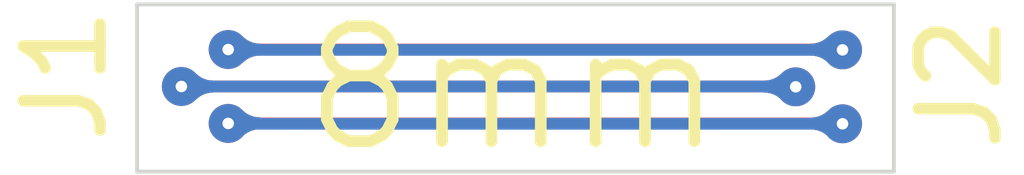
<source format=kicad_pcb>
(kicad_pcb (version 20171130) (host pcbnew "(5.1.0)-1")

  (general
    (thickness 1.6)
    (drawings 5)
    (tracks 12)
    (zones 0)
    (modules 2)
    (nets 4)
  )

  (page A4)
  (layers
    (0 F.Cu signal)
    (31 B.Cu signal)
    (32 B.Adhes user)
    (33 F.Adhes user)
    (34 B.Paste user)
    (35 F.Paste user)
    (36 B.SilkS user)
    (37 F.SilkS user)
    (38 B.Mask user)
    (39 F.Mask user)
    (40 Dwgs.User user)
    (41 Cmts.User user)
    (42 Eco1.User user)
    (43 Eco2.User user)
    (44 Edge.Cuts user)
    (45 Margin user)
    (46 B.CrtYd user)
    (47 F.CrtYd user)
    (48 B.Fab user hide)
    (49 F.Fab user hide)
  )

  (setup
    (last_trace_width 0.1524)
    (user_trace_width 0.1524)
    (trace_clearance 0.127)
    (zone_clearance 0.127)
    (zone_45_only no)
    (trace_min 0.0889)
    (via_size 0.8)
    (via_drill 0.4)
    (via_min_size 0.4)
    (via_min_drill 0.3)
    (uvia_size 0.3)
    (uvia_drill 0.1)
    (uvias_allowed no)
    (uvia_min_size 0.2)
    (uvia_min_drill 0.1)
    (edge_width 0.05)
    (segment_width 0.2)
    (pcb_text_width 0.3)
    (pcb_text_size 1.5 1.5)
    (mod_edge_width 0.12)
    (mod_text_size 1 1)
    (mod_text_width 0.15)
    (pad_size 1.524 1.524)
    (pad_drill 0.762)
    (pad_to_mask_clearance 0.051)
    (solder_mask_min_width 0.25)
    (aux_axis_origin 0 0)
    (visible_elements 7FFFFFFF)
    (pcbplotparams
      (layerselection 0x010fc_ffffffff)
      (usegerberextensions false)
      (usegerberattributes false)
      (usegerberadvancedattributes false)
      (creategerberjobfile false)
      (excludeedgelayer true)
      (linewidth 0.100000)
      (plotframeref false)
      (viasonmask false)
      (mode 1)
      (useauxorigin false)
      (hpglpennumber 1)
      (hpglpenspeed 20)
      (hpglpendiameter 15.000000)
      (psnegative false)
      (psa4output false)
      (plotreference true)
      (plotvalue true)
      (plotinvisibletext false)
      (padsonsilk false)
      (subtractmaskfromsilk false)
      (outputformat 1)
      (mirror false)
      (drillshape 0)
      (scaleselection 1)
      (outputdirectory ""))
  )

  (net 0 "")
  (net 1 /3V3)
  (net 2 /Earth)
  (net 3 /IR_Receiver)

  (net_class Default "This is the default net class."
    (clearance 0.127)
    (trace_width 0.25)
    (via_dia 0.8)
    (via_drill 0.4)
    (uvia_dia 0.3)
    (uvia_drill 0.1)
    (add_net /3V3)
    (add_net /Earth)
    (add_net /IR_Receiver)
  )

  (module .Connector:B2B_Flex_03_Dual_Row_38milx24mil_Hole_20mil (layer F.Cu) (tedit 5D8455E1) (tstamp 5D831580)
    (at 125.01058 86.37016 270)
    (path /5D82C8EE)
    (fp_text reference J2 (at 0.45974 -1.55508 270) (layer F.SilkS)
      (effects (font (size 1 1) (thickness 0.15)))
    )
    (fp_text value Conn_01x03 (at 0.35052 -3.11972 270) (layer F.Fab)
      (effects (font (size 1 1) (thickness 0.15)))
    )
    (pad 3 thru_hole circle (at 0.990199 -0.025 270) (size 0.508 0.508) (drill 0.15) (layers *.Cu *.Mask)
      (net 1 /3V3) (zone_connect 2))
    (pad 1 thru_hole circle (at 0.025 -0.025 270) (size 0.508 0.508) (drill 0.15) (layers *.Cu *.Mask)
      (net 2 /Earth) (zone_connect 2))
    (pad 2 thru_hole circle (at 0.507599 0.5846 270) (size 0.508 0.508) (drill 0.15) (layers *.Cu *.Mask)
      (net 3 /IR_Receiver) (zone_connect 2))
  )

  (module .Connector:B2B_Flex_03_Dual_Row_38milx24mil_Hole_20mil (layer F.Cu) (tedit 5D8455E1) (tstamp 5D831579)
    (at 117.01058 86.36548 270)
    (path /5D82D375)
    (fp_text reference J1 (at 0.36028 2.09844 270) (layer F.SilkS)
      (effects (font (size 1 1) (thickness 0.15)))
    )
    (fp_text value Conn_01x03 (at 0.3556 3.048 270) (layer F.Fab)
      (effects (font (size 1 1) (thickness 0.15)))
    )
    (pad 3 thru_hole circle (at 0.990199 -0.025 270) (size 0.508 0.508) (drill 0.15) (layers *.Cu *.Mask)
      (net 1 /3V3) (zone_connect 2))
    (pad 1 thru_hole circle (at 0.025 -0.025 270) (size 0.508 0.508) (drill 0.15) (layers *.Cu *.Mask)
      (net 2 /Earth) (zone_connect 2))
    (pad 2 thru_hole circle (at 0.507599 0.5846 270) (size 0.508 0.508) (drill 0.15) (layers *.Cu *.Mask)
      (net 3 /IR_Receiver) (zone_connect 2))
  )

  (gr_line (start 115.8494 87.9856) (end 115.8494 85.8012) (layer Edge.Cuts) (width 0.05) (tstamp 5D82D57D))
  (gr_line (start 125.7046 87.9856) (end 115.8494 87.9856) (layer Edge.Cuts) (width 0.05))
  (gr_line (start 125.7046 85.8012) (end 125.7046 87.9856) (layer Edge.Cuts) (width 0.05))
  (gr_line (start 115.8494 85.8012) (end 125.7046 85.8012) (layer Edge.Cuts) (width 0.05))
  (gr_text 8mm (at 120.74906 86.90102) (layer F.SilkS)
    (effects (font (size 1.5 1.5) (thickness 0.1524)))
  )

  (segment (start 125.0309 87.355679) (end 125.03558 87.360359) (width 0.1524) (layer F.Cu) (net 1))
  (segment (start 117.03558 87.355679) (end 125.0309 87.355679) (width 0.1524) (layer F.Cu) (net 1))
  (segment (start 117.04026 87.360359) (end 117.03558 87.355679) (width 0.1524) (layer B.Cu) (net 1))
  (segment (start 125.03558 87.360359) (end 117.04026 87.360359) (width 0.1524) (layer B.Cu) (net 1))
  (segment (start 125.0309 86.39048) (end 125.03558 86.39516) (width 0.1524) (layer F.Cu) (net 2))
  (segment (start 117.03558 86.39048) (end 125.0309 86.39048) (width 0.1524) (layer F.Cu) (net 2))
  (segment (start 117.04026 86.39516) (end 117.03558 86.39048) (width 0.1524) (layer B.Cu) (net 2))
  (segment (start 125.03558 86.39516) (end 117.04026 86.39516) (width 0.1524) (layer B.Cu) (net 2))
  (segment (start 124.4213 86.873079) (end 124.42598 86.877759) (width 0.1524) (layer F.Cu) (net 3))
  (segment (start 116.42598 86.873079) (end 124.4213 86.873079) (width 0.1524) (layer F.Cu) (net 3))
  (segment (start 124.4213 86.873079) (end 124.42598 86.877759) (width 0.1524) (layer B.Cu) (net 3))
  (segment (start 116.42598 86.873079) (end 124.4213 86.873079) (width 0.1524) (layer B.Cu) (net 3))

  (zone (net 2) (net_name /Earth) (layer F.Cu) (tstamp 5D84B876) (hatch edge 0.508)
    (priority 100)
    (connect_pads yes (clearance 0.127))
    (min_thickness 0.0254)
    (fill yes (arc_segments 32) (thermal_gap 0.508) (thermal_bridge_width 0.508))
    (polygon
      (pts
        (xy 117.465597 86.315296) (xy 117.436431 86.31428) (xy 117.408239 86.311232) (xy 117.38102 86.306152) (xy 117.354774 86.29904)
        (xy 117.329502 86.289896) (xy 117.305204 86.27872) (xy 117.281879 86.265512) (xy 117.259528 86.250272) (xy 117.23815 86.233)
        (xy 117.217745 86.213696) (xy 116.909353 86.391496) (xy 117.217745 86.569296) (xy 117.23815 86.549992) (xy 117.259528 86.53272)
        (xy 117.281879 86.51748) (xy 117.305204 86.504272) (xy 117.329502 86.493096) (xy 117.354774 86.483952) (xy 117.38102 86.47684)
        (xy 117.408239 86.47176) (xy 117.436431 86.468712) (xy 117.465597 86.467696)
      )
    )
    (filled_polygon
      (pts
        (xy 117.229422 86.242226) (xy 117.230169 86.242879) (xy 117.251547 86.260151) (xy 117.252373 86.260765) (xy 117.274724 86.276005)
        (xy 117.275621 86.276563) (xy 117.298946 86.289771) (xy 117.299897 86.290258) (xy 117.324195 86.301434) (xy 117.325181 86.301838)
        (xy 117.350453 86.310982) (xy 117.351452 86.311298) (xy 117.377698 86.31841) (xy 117.37869 86.318636) (xy 117.405909 86.323716)
        (xy 117.406874 86.323858) (xy 117.435066 86.326906) (xy 117.435989 86.326972) (xy 117.452897 86.327561) (xy 117.452897 86.455431)
        (xy 117.435989 86.45602) (xy 117.435066 86.456086) (xy 117.406874 86.459134) (xy 117.405909 86.459276) (xy 117.37869 86.464356)
        (xy 117.377698 86.464582) (xy 117.351452 86.471694) (xy 117.350453 86.47201) (xy 117.325181 86.481154) (xy 117.324195 86.481558)
        (xy 117.299897 86.492734) (xy 117.298946 86.493221) (xy 117.275621 86.506429) (xy 117.274724 86.506987) (xy 117.252373 86.522227)
        (xy 117.251547 86.522841) (xy 117.230169 86.540113) (xy 117.229422 86.540766) (xy 117.21589 86.553568) (xy 116.934779 86.391496)
        (xy 117.21589 86.229424)
      )
    )
  )
  (zone (net 3) (net_name /IR_Receiver) (layer F.Cu) (tstamp 5D84B876) (hatch edge 0.508)
    (priority 100)
    (connect_pads yes (clearance 0.127))
    (min_thickness 0.0254)
    (fill yes (arc_segments 32) (thermal_gap 0.508) (thermal_bridge_width 0.508))
    (polygon
      (pts
        (xy 116.855997 86.797896) (xy 116.826831 86.79688) (xy 116.798639 86.793832) (xy 116.77142 86.788752) (xy 116.745174 86.78164)
        (xy 116.719902 86.772496) (xy 116.695604 86.76132) (xy 116.672279 86.748112) (xy 116.649928 86.732872) (xy 116.62855 86.7156)
        (xy 116.608145 86.696296) (xy 116.299753 86.874096) (xy 116.608145 87.051896) (xy 116.62855 87.032592) (xy 116.649928 87.01532)
        (xy 116.672279 87.00008) (xy 116.695604 86.986872) (xy 116.719902 86.975696) (xy 116.745174 86.966552) (xy 116.77142 86.95944)
        (xy 116.798639 86.95436) (xy 116.826831 86.951312) (xy 116.855997 86.950296)
      )
    )
    (filled_polygon
      (pts
        (xy 116.619822 86.724826) (xy 116.620569 86.725479) (xy 116.641947 86.742751) (xy 116.642773 86.743365) (xy 116.665124 86.758605)
        (xy 116.666021 86.759163) (xy 116.689346 86.772371) (xy 116.690297 86.772858) (xy 116.714595 86.784034) (xy 116.715581 86.784438)
        (xy 116.740853 86.793582) (xy 116.741852 86.793898) (xy 116.768098 86.80101) (xy 116.76909 86.801236) (xy 116.796309 86.806316)
        (xy 116.797274 86.806458) (xy 116.825466 86.809506) (xy 116.826389 86.809572) (xy 116.843297 86.810161) (xy 116.843297 86.938031)
        (xy 116.826389 86.93862) (xy 116.825466 86.938686) (xy 116.797274 86.941734) (xy 116.796309 86.941876) (xy 116.76909 86.946956)
        (xy 116.768098 86.947182) (xy 116.741852 86.954294) (xy 116.740853 86.95461) (xy 116.715581 86.963754) (xy 116.714595 86.964158)
        (xy 116.690297 86.975334) (xy 116.689346 86.975821) (xy 116.666021 86.989029) (xy 116.665124 86.989587) (xy 116.642773 87.004827)
        (xy 116.641947 87.005441) (xy 116.620569 87.022713) (xy 116.619822 87.023366) (xy 116.60629 87.036168) (xy 116.325179 86.874096)
        (xy 116.60629 86.712024)
      )
    )
  )
  (zone (net 1) (net_name /3V3) (layer F.Cu) (tstamp 5D84B876) (hatch edge 0.508)
    (priority 100)
    (connect_pads yes (clearance 0.127))
    (min_thickness 0.0254)
    (fill yes (arc_segments 32) (thermal_gap 0.508) (thermal_bridge_width 0.508))
    (polygon
      (pts
        (xy 117.463057 87.277956) (xy 117.433891 87.27694) (xy 117.405699 87.273892) (xy 117.37848 87.268812) (xy 117.352234 87.2617)
        (xy 117.326962 87.252556) (xy 117.302664 87.24138) (xy 117.279339 87.228172) (xy 117.256988 87.212932) (xy 117.23561 87.19566)
        (xy 117.215205 87.176356) (xy 116.906813 87.354156) (xy 117.215205 87.531956) (xy 117.23561 87.512652) (xy 117.256988 87.49538)
        (xy 117.279339 87.48014) (xy 117.302664 87.466932) (xy 117.326962 87.455756) (xy 117.352234 87.446612) (xy 117.37848 87.4395)
        (xy 117.405699 87.43442) (xy 117.433891 87.431372) (xy 117.463057 87.430356)
      )
    )
    (filled_polygon
      (pts
        (xy 117.226882 87.204886) (xy 117.227629 87.205539) (xy 117.249007 87.222811) (xy 117.249833 87.223425) (xy 117.272184 87.238665)
        (xy 117.273081 87.239223) (xy 117.296406 87.252431) (xy 117.297357 87.252918) (xy 117.321655 87.264094) (xy 117.322641 87.264498)
        (xy 117.347913 87.273642) (xy 117.348912 87.273958) (xy 117.375158 87.28107) (xy 117.37615 87.281296) (xy 117.403369 87.286376)
        (xy 117.404334 87.286518) (xy 117.432526 87.289566) (xy 117.433449 87.289632) (xy 117.450357 87.290221) (xy 117.450357 87.418091)
        (xy 117.433449 87.41868) (xy 117.432526 87.418746) (xy 117.404334 87.421794) (xy 117.403369 87.421936) (xy 117.37615 87.427016)
        (xy 117.375158 87.427242) (xy 117.348912 87.434354) (xy 117.347913 87.43467) (xy 117.322641 87.443814) (xy 117.321655 87.444218)
        (xy 117.297357 87.455394) (xy 117.296406 87.455881) (xy 117.273081 87.469089) (xy 117.272184 87.469647) (xy 117.249833 87.484887)
        (xy 117.249007 87.485501) (xy 117.227629 87.502773) (xy 117.226882 87.503426) (xy 117.21335 87.516228) (xy 116.932239 87.354156)
        (xy 117.21335 87.192084)
      )
    )
  )
  (zone (net 2) (net_name /Earth) (layer F.Cu) (tstamp 5D84B876) (hatch edge 0.508)
    (priority 100)
    (connect_pads yes (clearance 0.127))
    (min_thickness 0.0254)
    (fill yes (arc_segments 32) (thermal_gap 0.508) (thermal_bridge_width 0.508))
    (polygon
      (pts
        (xy 124.606563 86.468204) (xy 124.635729 86.46922) (xy 124.663921 86.472268) (xy 124.69114 86.477348) (xy 124.717386 86.48446)
        (xy 124.742658 86.493604) (xy 124.766956 86.50478) (xy 124.790281 86.517988) (xy 124.812632 86.533228) (xy 124.83401 86.5505)
        (xy 124.854415 86.569804) (xy 125.162807 86.392004) (xy 124.854415 86.214204) (xy 124.83401 86.233508) (xy 124.812632 86.25078)
        (xy 124.790281 86.26602) (xy 124.766956 86.279228) (xy 124.742658 86.290404) (xy 124.717386 86.299548) (xy 124.69114 86.30666)
        (xy 124.663921 86.31174) (xy 124.635729 86.314788) (xy 124.606563 86.315804)
      )
    )
    (filled_polygon
      (pts
        (xy 125.137381 86.392004) (xy 124.85627 86.554076) (xy 124.842738 86.541274) (xy 124.841991 86.540621) (xy 124.820613 86.523349)
        (xy 124.819787 86.522735) (xy 124.797436 86.507495) (xy 124.796539 86.506937) (xy 124.773214 86.493729) (xy 124.772263 86.493242)
        (xy 124.747965 86.482066) (xy 124.746979 86.481662) (xy 124.721707 86.472518) (xy 124.720708 86.472202) (xy 124.694462 86.46509)
        (xy 124.69347 86.464864) (xy 124.666251 86.459784) (xy 124.665286 86.459642) (xy 124.637094 86.456594) (xy 124.636171 86.456528)
        (xy 124.619263 86.455939) (xy 124.619263 86.328069) (xy 124.636171 86.32748) (xy 124.637094 86.327414) (xy 124.665286 86.324366)
        (xy 124.666251 86.324224) (xy 124.69347 86.319144) (xy 124.694462 86.318918) (xy 124.720708 86.311806) (xy 124.721707 86.31149)
        (xy 124.746979 86.302346) (xy 124.747965 86.301942) (xy 124.772263 86.290766) (xy 124.773214 86.290279) (xy 124.796539 86.277071)
        (xy 124.797436 86.276513) (xy 124.819787 86.261273) (xy 124.820613 86.260659) (xy 124.841991 86.243387) (xy 124.842738 86.242734)
        (xy 124.85627 86.229932)
      )
    )
  )
  (zone (net 3) (net_name /IR_Receiver) (layer F.Cu) (tstamp 5D845E2C) (hatch edge 0.508)
    (priority 100)
    (connect_pads yes (clearance 0.127))
    (min_thickness 0.0254)
    (fill yes (arc_segments 32) (thermal_gap 0.508) (thermal_bridge_width 0.508))
    (polygon
      (pts
        (xy 123.999503 86.950804) (xy 124.028669 86.95182) (xy 124.056861 86.954868) (xy 124.08408 86.959948) (xy 124.110326 86.96706)
        (xy 124.135598 86.976204) (xy 124.159896 86.98738) (xy 124.183221 87.000588) (xy 124.205572 87.015828) (xy 124.22695 87.0331)
        (xy 124.247355 87.052404) (xy 124.555747 86.874604) (xy 124.247355 86.696804) (xy 124.22695 86.716108) (xy 124.205572 86.73338)
        (xy 124.183221 86.74862) (xy 124.159896 86.761828) (xy 124.135598 86.773004) (xy 124.110326 86.782148) (xy 124.08408 86.78926)
        (xy 124.056861 86.79434) (xy 124.028669 86.797388) (xy 123.999503 86.798404)
      )
    )
    (filled_polygon
      (pts
        (xy 124.530321 86.874604) (xy 124.24921 87.036676) (xy 124.235678 87.023874) (xy 124.234931 87.023221) (xy 124.213553 87.005949)
        (xy 124.212727 87.005335) (xy 124.190376 86.990095) (xy 124.189479 86.989537) (xy 124.166154 86.976329) (xy 124.165203 86.975842)
        (xy 124.140905 86.964666) (xy 124.139919 86.964262) (xy 124.114647 86.955118) (xy 124.113648 86.954802) (xy 124.087402 86.94769)
        (xy 124.08641 86.947464) (xy 124.059191 86.942384) (xy 124.058226 86.942242) (xy 124.030034 86.939194) (xy 124.029111 86.939128)
        (xy 124.012203 86.938539) (xy 124.012203 86.810669) (xy 124.029111 86.81008) (xy 124.030034 86.810014) (xy 124.058226 86.806966)
        (xy 124.059191 86.806824) (xy 124.08641 86.801744) (xy 124.087402 86.801518) (xy 124.113648 86.794406) (xy 124.114647 86.79409)
        (xy 124.139919 86.784946) (xy 124.140905 86.784542) (xy 124.165203 86.773366) (xy 124.166154 86.772879) (xy 124.189479 86.759671)
        (xy 124.190376 86.759113) (xy 124.212727 86.743873) (xy 124.213553 86.743259) (xy 124.234931 86.725987) (xy 124.235678 86.725334)
        (xy 124.24921 86.712532)
      )
    )
  )
  (zone (net 1) (net_name /3V3) (layer F.Cu) (tstamp 5D845E2C) (hatch edge 0.508)
    (priority 100)
    (connect_pads yes (clearance 0.127))
    (min_thickness 0.0254)
    (fill yes (arc_segments 32) (thermal_gap 0.508) (thermal_bridge_width 0.508))
    (polygon
      (pts
        (xy 124.609103 87.433404) (xy 124.638269 87.43442) (xy 124.666461 87.437468) (xy 124.69368 87.442548) (xy 124.719926 87.44966)
        (xy 124.745198 87.458804) (xy 124.769496 87.46998) (xy 124.792821 87.483188) (xy 124.815172 87.498428) (xy 124.83655 87.5157)
        (xy 124.856955 87.535004) (xy 125.165347 87.357204) (xy 124.856955 87.179404) (xy 124.83655 87.198708) (xy 124.815172 87.21598)
        (xy 124.792821 87.23122) (xy 124.769496 87.244428) (xy 124.745198 87.255604) (xy 124.719926 87.264748) (xy 124.69368 87.27186)
        (xy 124.666461 87.27694) (xy 124.638269 87.279988) (xy 124.609103 87.281004)
      )
    )
    (filled_polygon
      (pts
        (xy 125.139921 87.357204) (xy 124.85881 87.519276) (xy 124.845278 87.506474) (xy 124.844531 87.505821) (xy 124.823153 87.488549)
        (xy 124.822327 87.487935) (xy 124.799976 87.472695) (xy 124.799079 87.472137) (xy 124.775754 87.458929) (xy 124.774803 87.458442)
        (xy 124.750505 87.447266) (xy 124.749519 87.446862) (xy 124.724247 87.437718) (xy 124.723248 87.437402) (xy 124.697002 87.43029)
        (xy 124.69601 87.430064) (xy 124.668791 87.424984) (xy 124.667826 87.424842) (xy 124.639634 87.421794) (xy 124.638711 87.421728)
        (xy 124.621803 87.421139) (xy 124.621803 87.293269) (xy 124.638711 87.29268) (xy 124.639634 87.292614) (xy 124.667826 87.289566)
        (xy 124.668791 87.289424) (xy 124.69601 87.284344) (xy 124.697002 87.284118) (xy 124.723248 87.277006) (xy 124.724247 87.27669)
        (xy 124.749519 87.267546) (xy 124.750505 87.267142) (xy 124.774803 87.255966) (xy 124.775754 87.255479) (xy 124.799079 87.242271)
        (xy 124.799976 87.241713) (xy 124.822327 87.226473) (xy 124.823153 87.225859) (xy 124.844531 87.208587) (xy 124.845278 87.207934)
        (xy 124.85881 87.195132)
      )
    )
  )
  (zone (net 2) (net_name /Earth) (layer B.Cu) (tstamp 5D845E46) (hatch edge 0.508)
    (priority 100)
    (connect_pads yes (clearance 0.127))
    (min_thickness 0.0254)
    (fill yes (arc_segments 32) (thermal_gap 0.508) (thermal_bridge_width 0.508))
    (polygon
      (pts
        (xy 117.465597 86.315296) (xy 117.436431 86.31428) (xy 117.408239 86.311232) (xy 117.38102 86.306152) (xy 117.354774 86.29904)
        (xy 117.329502 86.289896) (xy 117.305204 86.27872) (xy 117.281879 86.265512) (xy 117.259528 86.250272) (xy 117.23815 86.233)
        (xy 117.217745 86.213696) (xy 116.909353 86.391496) (xy 117.217745 86.569296) (xy 117.23815 86.549992) (xy 117.259528 86.53272)
        (xy 117.281879 86.51748) (xy 117.305204 86.504272) (xy 117.329502 86.493096) (xy 117.354774 86.483952) (xy 117.38102 86.47684)
        (xy 117.408239 86.47176) (xy 117.436431 86.468712) (xy 117.465597 86.467696)
      )
    )
    (filled_polygon
      (pts
        (xy 117.229422 86.242226) (xy 117.230169 86.242879) (xy 117.251547 86.260151) (xy 117.252373 86.260765) (xy 117.274724 86.276005)
        (xy 117.275621 86.276563) (xy 117.298946 86.289771) (xy 117.299897 86.290258) (xy 117.324195 86.301434) (xy 117.325181 86.301838)
        (xy 117.350453 86.310982) (xy 117.351452 86.311298) (xy 117.377698 86.31841) (xy 117.37869 86.318636) (xy 117.405909 86.323716)
        (xy 117.406874 86.323858) (xy 117.435066 86.326906) (xy 117.435989 86.326972) (xy 117.452897 86.327561) (xy 117.452897 86.455431)
        (xy 117.435989 86.45602) (xy 117.435066 86.456086) (xy 117.406874 86.459134) (xy 117.405909 86.459276) (xy 117.37869 86.464356)
        (xy 117.377698 86.464582) (xy 117.351452 86.471694) (xy 117.350453 86.47201) (xy 117.325181 86.481154) (xy 117.324195 86.481558)
        (xy 117.299897 86.492734) (xy 117.298946 86.493221) (xy 117.275621 86.506429) (xy 117.274724 86.506987) (xy 117.252373 86.522227)
        (xy 117.251547 86.522841) (xy 117.230169 86.540113) (xy 117.229422 86.540766) (xy 117.21589 86.553568) (xy 116.934779 86.391496)
        (xy 117.21589 86.229424)
      )
    )
  )
  (zone (net 3) (net_name /IR_Receiver) (layer B.Cu) (tstamp 5D845E48) (hatch edge 0.508)
    (priority 100)
    (connect_pads yes (clearance 0.127))
    (min_thickness 0.0254)
    (fill yes (arc_segments 32) (thermal_gap 0.508) (thermal_bridge_width 0.508))
    (polygon
      (pts
        (xy 116.855997 86.797896) (xy 116.826831 86.79688) (xy 116.798639 86.793832) (xy 116.77142 86.788752) (xy 116.745174 86.78164)
        (xy 116.719902 86.772496) (xy 116.695604 86.76132) (xy 116.672279 86.748112) (xy 116.649928 86.732872) (xy 116.62855 86.7156)
        (xy 116.608145 86.696296) (xy 116.299753 86.874096) (xy 116.608145 87.051896) (xy 116.62855 87.032592) (xy 116.649928 87.01532)
        (xy 116.672279 87.00008) (xy 116.695604 86.986872) (xy 116.719902 86.975696) (xy 116.745174 86.966552) (xy 116.77142 86.95944)
        (xy 116.798639 86.95436) (xy 116.826831 86.951312) (xy 116.855997 86.950296)
      )
    )
    (filled_polygon
      (pts
        (xy 116.619822 86.724826) (xy 116.620569 86.725479) (xy 116.641947 86.742751) (xy 116.642773 86.743365) (xy 116.665124 86.758605)
        (xy 116.666021 86.759163) (xy 116.689346 86.772371) (xy 116.690297 86.772858) (xy 116.714595 86.784034) (xy 116.715581 86.784438)
        (xy 116.740853 86.793582) (xy 116.741852 86.793898) (xy 116.768098 86.80101) (xy 116.76909 86.801236) (xy 116.796309 86.806316)
        (xy 116.797274 86.806458) (xy 116.825466 86.809506) (xy 116.826389 86.809572) (xy 116.843297 86.810161) (xy 116.843297 86.938031)
        (xy 116.826389 86.93862) (xy 116.825466 86.938686) (xy 116.797274 86.941734) (xy 116.796309 86.941876) (xy 116.76909 86.946956)
        (xy 116.768098 86.947182) (xy 116.741852 86.954294) (xy 116.740853 86.95461) (xy 116.715581 86.963754) (xy 116.714595 86.964158)
        (xy 116.690297 86.975334) (xy 116.689346 86.975821) (xy 116.666021 86.989029) (xy 116.665124 86.989587) (xy 116.642773 87.004827)
        (xy 116.641947 87.005441) (xy 116.620569 87.022713) (xy 116.619822 87.023366) (xy 116.60629 87.036168) (xy 116.325179 86.874096)
        (xy 116.60629 86.712024)
      )
    )
  )
  (zone (net 1) (net_name /3V3) (layer B.Cu) (tstamp 5D845E4A) (hatch edge 0.508)
    (priority 100)
    (connect_pads yes (clearance 0.127))
    (min_thickness 0.0254)
    (fill yes (arc_segments 32) (thermal_gap 0.508) (thermal_bridge_width 0.508))
    (polygon
      (pts
        (xy 117.463057 87.277956) (xy 117.433891 87.27694) (xy 117.405699 87.273892) (xy 117.37848 87.268812) (xy 117.352234 87.2617)
        (xy 117.326962 87.252556) (xy 117.302664 87.24138) (xy 117.279339 87.228172) (xy 117.256988 87.212932) (xy 117.23561 87.19566)
        (xy 117.215205 87.176356) (xy 116.906813 87.354156) (xy 117.215205 87.531956) (xy 117.23561 87.512652) (xy 117.256988 87.49538)
        (xy 117.279339 87.48014) (xy 117.302664 87.466932) (xy 117.326962 87.455756) (xy 117.352234 87.446612) (xy 117.37848 87.4395)
        (xy 117.405699 87.43442) (xy 117.433891 87.431372) (xy 117.463057 87.430356)
      )
    )
    (filled_polygon
      (pts
        (xy 117.226882 87.204886) (xy 117.227629 87.205539) (xy 117.249007 87.222811) (xy 117.249833 87.223425) (xy 117.272184 87.238665)
        (xy 117.273081 87.239223) (xy 117.296406 87.252431) (xy 117.297357 87.252918) (xy 117.321655 87.264094) (xy 117.322641 87.264498)
        (xy 117.347913 87.273642) (xy 117.348912 87.273958) (xy 117.375158 87.28107) (xy 117.37615 87.281296) (xy 117.403369 87.286376)
        (xy 117.404334 87.286518) (xy 117.432526 87.289566) (xy 117.433449 87.289632) (xy 117.450357 87.290221) (xy 117.450357 87.418091)
        (xy 117.433449 87.41868) (xy 117.432526 87.418746) (xy 117.404334 87.421794) (xy 117.403369 87.421936) (xy 117.37615 87.427016)
        (xy 117.375158 87.427242) (xy 117.348912 87.434354) (xy 117.347913 87.43467) (xy 117.322641 87.443814) (xy 117.321655 87.444218)
        (xy 117.297357 87.455394) (xy 117.296406 87.455881) (xy 117.273081 87.469089) (xy 117.272184 87.469647) (xy 117.249833 87.484887)
        (xy 117.249007 87.485501) (xy 117.227629 87.502773) (xy 117.226882 87.503426) (xy 117.21335 87.516228) (xy 116.932239 87.354156)
        (xy 117.21335 87.192084)
      )
    )
  )
  (zone (net 2) (net_name /Earth) (layer B.Cu) (tstamp 5D845E7E) (hatch edge 0.508)
    (priority 100)
    (connect_pads yes (clearance 0.127))
    (min_thickness 0.0254)
    (fill yes (arc_segments 32) (thermal_gap 0.508) (thermal_bridge_width 0.508))
    (polygon
      (pts
        (xy 124.606563 86.468204) (xy 124.635729 86.46922) (xy 124.663921 86.472268) (xy 124.69114 86.477348) (xy 124.717386 86.48446)
        (xy 124.742658 86.493604) (xy 124.766956 86.50478) (xy 124.790281 86.517988) (xy 124.812632 86.533228) (xy 124.83401 86.5505)
        (xy 124.854415 86.569804) (xy 125.162807 86.392004) (xy 124.854415 86.214204) (xy 124.83401 86.233508) (xy 124.812632 86.25078)
        (xy 124.790281 86.26602) (xy 124.766956 86.279228) (xy 124.742658 86.290404) (xy 124.717386 86.299548) (xy 124.69114 86.30666)
        (xy 124.663921 86.31174) (xy 124.635729 86.314788) (xy 124.606563 86.315804)
      )
    )
    (filled_polygon
      (pts
        (xy 125.137381 86.392004) (xy 124.85627 86.554076) (xy 124.842738 86.541274) (xy 124.841991 86.540621) (xy 124.820613 86.523349)
        (xy 124.819787 86.522735) (xy 124.797436 86.507495) (xy 124.796539 86.506937) (xy 124.773214 86.493729) (xy 124.772263 86.493242)
        (xy 124.747965 86.482066) (xy 124.746979 86.481662) (xy 124.721707 86.472518) (xy 124.720708 86.472202) (xy 124.694462 86.46509)
        (xy 124.69347 86.464864) (xy 124.666251 86.459784) (xy 124.665286 86.459642) (xy 124.637094 86.456594) (xy 124.636171 86.456528)
        (xy 124.619263 86.455939) (xy 124.619263 86.328069) (xy 124.636171 86.32748) (xy 124.637094 86.327414) (xy 124.665286 86.324366)
        (xy 124.666251 86.324224) (xy 124.69347 86.319144) (xy 124.694462 86.318918) (xy 124.720708 86.311806) (xy 124.721707 86.31149)
        (xy 124.746979 86.302346) (xy 124.747965 86.301942) (xy 124.772263 86.290766) (xy 124.773214 86.290279) (xy 124.796539 86.277071)
        (xy 124.797436 86.276513) (xy 124.819787 86.261273) (xy 124.820613 86.260659) (xy 124.841991 86.243387) (xy 124.842738 86.242734)
        (xy 124.85627 86.229932)
      )
    )
  )
  (zone (net 3) (net_name /IR_Receiver) (layer B.Cu) (tstamp 5D845E80) (hatch edge 0.508)
    (priority 100)
    (connect_pads yes (clearance 0.127))
    (min_thickness 0.0254)
    (fill yes (arc_segments 32) (thermal_gap 0.508) (thermal_bridge_width 0.508))
    (polygon
      (pts
        (xy 123.999503 86.950804) (xy 124.028669 86.95182) (xy 124.056861 86.954868) (xy 124.08408 86.959948) (xy 124.110326 86.96706)
        (xy 124.135598 86.976204) (xy 124.159896 86.98738) (xy 124.183221 87.000588) (xy 124.205572 87.015828) (xy 124.22695 87.0331)
        (xy 124.247355 87.052404) (xy 124.555747 86.874604) (xy 124.247355 86.696804) (xy 124.22695 86.716108) (xy 124.205572 86.73338)
        (xy 124.183221 86.74862) (xy 124.159896 86.761828) (xy 124.135598 86.773004) (xy 124.110326 86.782148) (xy 124.08408 86.78926)
        (xy 124.056861 86.79434) (xy 124.028669 86.797388) (xy 123.999503 86.798404)
      )
    )
    (filled_polygon
      (pts
        (xy 124.530321 86.874604) (xy 124.24921 87.036676) (xy 124.235678 87.023874) (xy 124.234931 87.023221) (xy 124.213553 87.005949)
        (xy 124.212727 87.005335) (xy 124.190376 86.990095) (xy 124.189479 86.989537) (xy 124.166154 86.976329) (xy 124.165203 86.975842)
        (xy 124.140905 86.964666) (xy 124.139919 86.964262) (xy 124.114647 86.955118) (xy 124.113648 86.954802) (xy 124.087402 86.94769)
        (xy 124.08641 86.947464) (xy 124.059191 86.942384) (xy 124.058226 86.942242) (xy 124.030034 86.939194) (xy 124.029111 86.939128)
        (xy 124.012203 86.938539) (xy 124.012203 86.810669) (xy 124.029111 86.81008) (xy 124.030034 86.810014) (xy 124.058226 86.806966)
        (xy 124.059191 86.806824) (xy 124.08641 86.801744) (xy 124.087402 86.801518) (xy 124.113648 86.794406) (xy 124.114647 86.79409)
        (xy 124.139919 86.784946) (xy 124.140905 86.784542) (xy 124.165203 86.773366) (xy 124.166154 86.772879) (xy 124.189479 86.759671)
        (xy 124.190376 86.759113) (xy 124.212727 86.743873) (xy 124.213553 86.743259) (xy 124.234931 86.725987) (xy 124.235678 86.725334)
        (xy 124.24921 86.712532)
      )
    )
  )
  (zone (net 1) (net_name /3V3) (layer B.Cu) (tstamp 5D845E82) (hatch edge 0.508)
    (priority 100)
    (connect_pads yes (clearance 0.127))
    (min_thickness 0.0254)
    (fill yes (arc_segments 32) (thermal_gap 0.508) (thermal_bridge_width 0.508))
    (polygon
      (pts
        (xy 124.609103 87.433404) (xy 124.638269 87.43442) (xy 124.666461 87.437468) (xy 124.69368 87.442548) (xy 124.719926 87.44966)
        (xy 124.745198 87.458804) (xy 124.769496 87.46998) (xy 124.792821 87.483188) (xy 124.815172 87.498428) (xy 124.83655 87.5157)
        (xy 124.856955 87.535004) (xy 125.165347 87.357204) (xy 124.856955 87.179404) (xy 124.83655 87.198708) (xy 124.815172 87.21598)
        (xy 124.792821 87.23122) (xy 124.769496 87.244428) (xy 124.745198 87.255604) (xy 124.719926 87.264748) (xy 124.69368 87.27186)
        (xy 124.666461 87.27694) (xy 124.638269 87.279988) (xy 124.609103 87.281004)
      )
    )
    (filled_polygon
      (pts
        (xy 125.139921 87.357204) (xy 124.85881 87.519276) (xy 124.845278 87.506474) (xy 124.844531 87.505821) (xy 124.823153 87.488549)
        (xy 124.822327 87.487935) (xy 124.799976 87.472695) (xy 124.799079 87.472137) (xy 124.775754 87.458929) (xy 124.774803 87.458442)
        (xy 124.750505 87.447266) (xy 124.749519 87.446862) (xy 124.724247 87.437718) (xy 124.723248 87.437402) (xy 124.697002 87.43029)
        (xy 124.69601 87.430064) (xy 124.668791 87.424984) (xy 124.667826 87.424842) (xy 124.639634 87.421794) (xy 124.638711 87.421728)
        (xy 124.621803 87.421139) (xy 124.621803 87.293269) (xy 124.638711 87.29268) (xy 124.639634 87.292614) (xy 124.667826 87.289566)
        (xy 124.668791 87.289424) (xy 124.69601 87.284344) (xy 124.697002 87.284118) (xy 124.723248 87.277006) (xy 124.724247 87.27669)
        (xy 124.749519 87.267546) (xy 124.750505 87.267142) (xy 124.774803 87.255966) (xy 124.775754 87.255479) (xy 124.799079 87.242271)
        (xy 124.799976 87.241713) (xy 124.822327 87.226473) (xy 124.823153 87.225859) (xy 124.844531 87.208587) (xy 124.845278 87.207934)
        (xy 124.85881 87.195132)
      )
    )
  )
)

</source>
